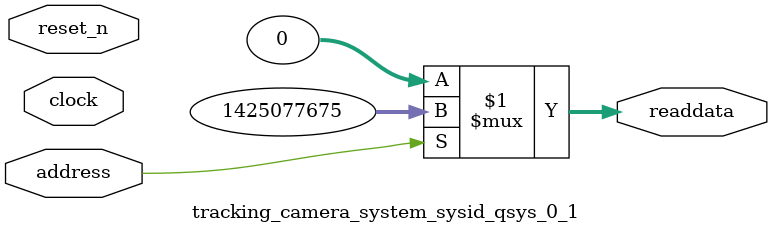
<source format=v>
module tracking_camera_system_sysid_qsys_0_1 (
                address,
                clock,
                reset_n,
                readdata
             )
;
  output  [ 31: 0] readdata;
  input            address;
  input            clock;
  input            reset_n;
  wire    [ 31: 0] readdata;
  assign readdata = address ? 1425077675 : 0;
endmodule
</source>
